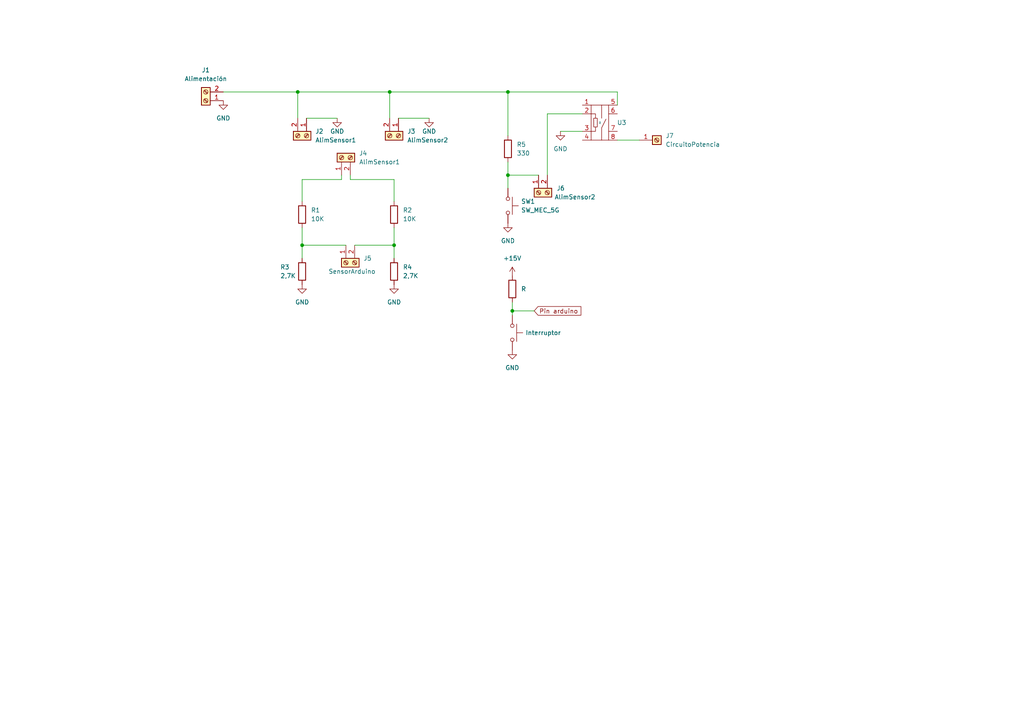
<source format=kicad_sch>
(kicad_sch (version 20230121) (generator eeschema)
  (paper "A4")
  (lib_symbols
    (symbol "Connector:Screw_Terminal_01x01" (pin_names (offset 1.016) hide)
      (property "Reference" "J" (at 0 2.54 0))
      (property "Value" "Screw_Terminal_01x01" (at 0 -2.54 0))
      (symbol "Screw_Terminal_01x01_1_1"
        (rectangle (start -1.27 1.27) (end 1.27 -1.27) (stroke (width 0.254)) (fill (type background)))
        (polyline (pts (xy -0.5334 0.3302) (xy 0.3302 -0.508)) (stroke (width 0.1524)))
        (polyline (pts (xy -0.3556 0.508) (xy 0.508 -0.3302)) (stroke (width 0.1524)))
        (circle (center 0 0) (radius 0.635) (stroke (width 0.1524)))
        (pin passive line (at -5.08 0 0) (length 3.81) (name "Pin_1") (number "1"))
      )
    )
    (symbol "Connector:Screw_Terminal_01x02" (pin_names (offset 1.016) hide)
      (property "Reference" "J" (at 0 2.54 0))
      (property "Value" "Screw_Terminal_01x02" (at 0 -5.08 0))
      (symbol "Screw_Terminal_01x02_1_1"
        (rectangle (start -1.27 1.27) (end 1.27 -3.81) (stroke (width 0.254)) (fill (type background)))
        (circle (center 0 -2.54) (radius 0.635) (stroke (width 0.1524)))
        (polyline (pts (xy -0.5334 -2.2098) (xy 0.3302 -3.048)) (stroke (width 0.1524)))
        (polyline (pts (xy -0.5334 0.3302) (xy 0.3302 -0.508)) (stroke (width 0.1524)))
        (polyline (pts (xy -0.3556 -2.032) (xy 0.508 -2.8702)) (stroke (width 0.1524)))
        (polyline (pts (xy -0.3556 0.508) (xy 0.508 -0.3302)) (stroke (width 0.1524)))
        (circle (center 0 0) (radius 0.635) (stroke (width 0.1524)))
        (pin passive line (at -5.08 0 0) (length 3.81) (name "Pin_1") (number "1"))
        (pin passive line (at -5.08 -2.54 0) (length 3.81) (name "Pin_2") (number "2"))
      )
    )
    (symbol "Device:R" (pin_numbers hide) (pin_names (offset 0))
      (property "Reference" "R" (at 2.032 0 90))
      (property "Value" "R" (at 0 0 90))
      (symbol "R_0_1"
        (rectangle (start -1.016 -2.54) (end 1.016 2.54) (stroke (width 0.254)))
      )
      (symbol "R_1_1"
        (pin passive line (at 0 3.81 270) (length 1.27) (name "~") (number "1"))
        (pin passive line (at 0 -3.81 90) (length 1.27) (name "~") (number "2"))
      )
    )
    (symbol "Relay:RS-291-9710"
      (property "Reference" "U3" (at 0 6.35 90))
      (property "Value" "~" (at 0 0 0))
      (symbol "RS-291-9710_0_1"
        (rectangle (start -5.08 2.54) (end 5.08 -2.54))
      )
      (symbol "RS-291-9710_1_1"
        (rectangle (start -1.27 -0.762) (end 1.27 -1.778))
        (polyline (pts (xy -5.08 0.508) (xy -1.27 0.508)))
        (polyline (pts (xy -2.54 -2.54) (xy -2.54 -1.27) (xy -1.27 -1.27)))
        (polyline (pts (xy 2.54 -2.54) (xy 2.54 -1.27) (xy 1.27 -1.27)))
        (polyline (pts (xy 5.08 0.508) (xy 1.524 0.508) (xy -1.016 1.778)))
        (pin input line (at -5.08 -5.08 90) (length 2.54) (name "") (number "1"))
        (pin input line (at -2.54 -5.08 90) (length 2.54) (name "") (number "2"))
        (pin input line (at 2.54 -5.08 90) (length 2.54) (name "") (number "3"))
        (pin input line (at 5.08 -5.08 90) (length 2.54) (name "") (number "4"))
        (pin input line (at -5.08 5.08 270) (length 2.54) (name "") (number "5"))
        (pin input line (at -2.54 5.08 270) (length 2.54) (name "") (number "6"))
        (pin input line (at 2.54 5.08 270) (length 2.54) (name "") (number "7"))
        (pin input line (at 5.08 5.08 270) (length 2.54) (name "") (number "8"))
      )
    )
    (symbol "Switch:SW_MEC_5G" (pin_numbers hide) (pin_names (offset 1.016) hide)
      (property "Reference" "SW" (at 1.27 2.54 0))
      (property "Value" "SW_MEC_5G" (at 0 -1.524 0))
      (symbol "SW_MEC_5G_0_1"
        (circle (center -2.032 0) (radius 0.508))
        (polyline (pts (xy 0 1.27) (xy 0 3.048)))
        (polyline (pts (xy 2.54 1.27) (xy -2.54 1.27)))
        (circle (center 2.032 0) (radius 0.508))
        (pin passive line (at -5.08 0 0) (length 2.54) (name "A") (number "1"))
        (pin passive line (at 5.08 0 180) (length 2.54) (name "B") (number "3"))
      )
      (symbol "SW_MEC_5G_1_1"
        (pin passive line (at -5.08 0 0) (length 2.54) hide (name "A") (number "2"))
        (pin passive line (at 5.08 0 180) (length 2.54) hide (name "B") (number "4"))
      )
    )
    (symbol "power:+15V" (power) (pin_names (offset 0))
      (property "Value" "+15V" (at 0 3.556 0))
      (symbol "+15V_0_1"
        (polyline (pts (xy -0.762 1.27) (xy 0 2.54)))
        (polyline (pts (xy 0 0) (xy 0 2.54)))
        (polyline (pts (xy 0 2.54) (xy 0.762 1.27)))
      )
      (symbol "+15V_1_1"
        (pin power_in line (at 0 0 90) (length 0) hide (name "+15V") (number "1"))
      )
    )
    (symbol "power:GND" (power) (pin_names (offset 0))
      (property "Value" "GND" (at 0 -3.81 0))
      (symbol "GND_0_1"
        (polyline (pts (xy 0 0) (xy 0 -1.27) (xy 1.27 -1.27) (xy 0 -2.54) (xy -1.27 -1.27) (xy 0 -1.27)))
      )
      (symbol "GND_1_1"
        (pin power_in line (at 0 0 270) (length 0) hide (name "GND") (number "1"))
      )
    )
  )
  (junction (at 147.32 50.8))
  (junction (at 147.32 26.67))
  (junction (at 87.63 71.12))
  (junction (at 148.59 90.17))
  (junction (at 86.36 26.67))
  (junction (at 113.03 26.67))
  (junction (at 114.3 71.12))
  (wire (pts (xy 147.32 50.8) (xy 147.32 54.61)))
  (wire (pts (xy 114.3 66.04) (xy 114.3 71.12)))
  (wire (pts (xy 87.63 66.04) (xy 87.63 71.12)))
  (wire (pts (xy 114.3 71.12) (xy 114.3 74.93)))
  (wire (pts (xy 147.32 46.99) (xy 147.32 50.8)))
  (wire (pts (xy 148.59 90.17) (xy 148.59 91.44)))
  (wire (pts (xy 179.07 30.48) (xy 179.07 26.67)))
  (wire (pts (xy 114.3 52.07) (xy 101.6 52.07)))
  (wire (pts (xy 148.59 87.63) (xy 148.59 90.17)))
  (wire (pts (xy 64.77 26.67) (xy 86.36 26.67)))
  (wire (pts (xy 147.32 26.67) (xy 147.32 39.37)))
  (wire (pts (xy 147.32 26.67) (xy 179.07 26.67)))
  (wire (pts (xy 113.03 26.67) (xy 86.36 26.67)))
  (wire (pts (xy 102.87 71.12) (xy 114.3 71.12)))
  (wire (pts (xy 179.07 40.64) (xy 185.42 40.64)))
  (wire (pts (xy 99.06 52.07) (xy 99.06 50.8)))
  (wire (pts (xy 147.32 50.8) (xy 156.21 50.8)))
  (wire (pts (xy 158.75 33.02) (xy 168.91 33.02)))
  (wire (pts (xy 88.9 34.29) (xy 97.79 34.29)))
  (wire (pts (xy 86.36 26.67) (xy 86.36 34.29)))
  (wire (pts (xy 148.59 90.17) (xy 154.94 90.17)))
  (wire (pts (xy 113.03 34.29) (xy 113.03 26.67)))
  (wire (pts (xy 162.56 38.1) (xy 168.91 38.1)))
  (wire (pts (xy 87.63 71.12) (xy 87.63 74.93)))
  (wire (pts (xy 158.75 33.02) (xy 158.75 50.8)))
  (wire (pts (xy 101.6 52.07) (xy 101.6 50.8)))
  (wire (pts (xy 113.03 26.67) (xy 147.32 26.67)))
  (wire (pts (xy 115.57 34.29) (xy 124.46 34.29)))
  (wire (pts (xy 87.63 71.12) (xy 100.33 71.12)))
  (wire (pts (xy 87.63 52.07) (xy 99.06 52.07)))
  (wire (pts (xy 87.63 52.07) (xy 87.63 58.42)))
  (wire (pts (xy 114.3 52.07) (xy 114.3 58.42)))
  (global_label "Pin arduino" (shape input) (at 154.94 90.17 0) (property "Intersheetrefs" "${INTERSHEET_REFS}" (effects hide)))
  (symbol (lib_id "Device:R") (at 114.3 62.23 0) (unit 1)
    (property "Reference" "R2" (at 116.84 60.96 0) (effects (justify left)))
    (property "Value" "10K" (at 116.84 63.5 0) (effects (justify left)))
    (property "Footprint" "Resistor_THT:RUSABLE" (effects hide))
  )
  (symbol (lib_id "Connector:Screw_Terminal_01x02") (at 99.06 45.72 90) (unit 1)
    (property "Reference" "J4" (at 104.14 44.45 90) (effects (justify right)))
    (property "Value" "AlimSensor1" (at 104.14 46.99 90) (effects (justify right)))
    (property "Footprint" "Connector:ScrewTerminal1x2" (effects hide))
  )
  (symbol (lib_id "Device:R") (at 114.3 78.74 0) (unit 1)
    (property "Reference" "R4" (at 116.84 77.47 0) (effects (justify left)))
    (property "Value" "2,7K" (at 116.84 80.01 0) (effects (justify left)))
    (property "Footprint" "Resistor_THT:RUSABLE" (effects hide))
  )
  (symbol (lib_id "Switch:SW_MEC_5G") (at 147.32 59.69 270) (unit 1)
    (property "Reference" "SW1" (at 151.13 58.42 90) (effects (justify left)))
    (property "Value" "SW_MEC_5G" (at 151.13 60.96 90) (effects (justify left)))
    (property "Footprint" "Button_Switch_THT:Button2P" (effects hide))
    (property "Datasheet" "http://www.apem.com/int/index.php?controller=attachment&id_attachment=488" (effects hide))
  )
  (symbol (lib_id "Relay:RS-291-9710") (at 173.99 35.56 270) (unit 1)
    (property "Reference" "U3" (at 180.34 35.56 90))
    (property "Value" "~" (at 173.99 35.56 0))
    (property "Footprint" "Relay_THT:RS-291-9710" (effects hide))
  )
  (symbol (lib_id "Connector:Screw_Terminal_01x01") (at 190.5 40.64 0) (unit 1)
    (property "Reference" "J7" (at 193.04 39.37 0) (effects (justify left)))
    (property "Value" "CircuitoPotencia" (at 193.04 41.91 0) (effects (justify left)))
    (property "Footprint" "Connector:ScrewTerminal1x2" (effects hide))
  )
  (symbol (lib_id "Connector:Screw_Terminal_01x02") (at 100.33 76.2 90) (mirror x) (unit 1)
    (property "Reference" "J5" (at 105.41 74.93 90) (effects (justify right)))
    (property "Value" "SensorArduino" (at 95.25 78.74 90) (effects (justify right)))
    (property "Footprint" "Connector:ScrewTerminal1x2" (effects hide))
  )
  (symbol (lib_id "power:GND") (at 148.59 101.6 0) (unit 1)
    (property "Reference" "#PWR09" (effects hide))
    (property "Value" "GND" (at 148.59 106.68 0))
  )
  (symbol (lib_id "power:GND") (at 162.56 38.1 0) (unit 1)
    (property "Reference" "#PWR07" (effects hide))
    (property "Value" "GND" (at 162.56 43.18 0))
  )
  (symbol (lib_id "power:GND") (at 87.63 82.55 0) (unit 1)
    (property "Reference" "#PWR04" (effects hide))
    (property "Value" "GND" (at 87.63 87.63 0))
  )
  (symbol (lib_id "Device:R") (at 148.59 83.82 0) (unit 1)
    (property "Reference" "R6" (effects hide))
    (property "Value" "R" (at 151.13 83.82 0) (effects (justify left)))
  )
  (symbol (lib_id "Connector:Screw_Terminal_01x02") (at 88.9 39.37 270) (unit 1)
    (property "Reference" "J2" (at 91.44 38.1 90) (effects (justify left)))
    (property "Value" "AlimSensor1" (at 91.44 40.64 90) (effects (justify left)))
    (property "Footprint" "Connector:ScrewTerminal1x2" (effects hide))
  )
  (symbol (lib_id "Device:R") (at 87.63 78.74 0) (unit 1)
    (property "Reference" "R3" (at 81.28 77.47 0) (effects (justify left)))
    (property "Value" "2,7K" (at 81.28 80.01 0) (effects (justify left)))
    (property "Footprint" "Resistor_THT:RUSABLE" (effects hide))
  )
  (symbol (lib_id "power:GND") (at 114.3 82.55 0) (unit 1)
    (property "Reference" "#PWR05" (effects hide))
    (property "Value" "GND" (at 114.3 87.63 0))
  )
  (symbol (lib_id "Switch:SW_MEC_5G") (at 148.59 96.52 270) (unit 1)
    (property "Reference" "SW2" (effects hide))
    (property "Value" "Interruptor" (at 152.4 96.52 90) (effects (justify left)))
    (property "Footprint" "Button_Switch_THT:Button2P" (effects hide))
    (property "Datasheet" "http://www.apem.com/int/index.php?controller=attachment&id_attachment=488" (effects hide))
  )
  (symbol (lib_id "Device:R") (at 147.32 43.18 0) (unit 1)
    (property "Reference" "R5" (at 149.86 41.91 0) (effects (justify left)))
    (property "Value" "330" (at 149.86 44.45 0) (effects (justify left)))
    (property "Footprint" "Resistor_THT:RUSABLE" (effects hide))
  )
  (symbol (lib_id "Connector:Screw_Terminal_01x02") (at 59.69 29.21 180) (unit 1)
    (property "Reference" "J1" (at 59.69 20.32 0))
    (property "Value" "Alimentación" (at 59.69 22.86 0))
    (property "Footprint" "Connector:ScrewTerminal1x2" (effects hide))
  )
  (symbol (lib_id "Connector:Screw_Terminal_01x02") (at 156.21 55.88 90) (mirror x) (unit 1)
    (property "Reference" "J6" (at 163.83 54.61 90) (effects (justify left)))
    (property "Value" "AlimSensor2" (at 172.72 57.15 90) (effects (justify left)))
    (property "Footprint" "Connector:ScrewTerminal1x2" (effects hide))
  )
  (symbol (lib_id "power:+15V") (at 148.59 80.01 0) (unit 1)
    (property "Reference" "#PWR08" (effects hide))
    (property "Value" "+15V" (at 148.59 74.93 0))
  )
  (symbol (lib_id "power:GND") (at 64.77 29.21 0) (unit 1)
    (property "Reference" "#PWR01" (effects hide))
    (property "Value" "GND" (at 64.77 34.29 0))
  )
  (symbol (lib_id "Device:R") (at 87.63 62.23 0) (unit 1)
    (property "Reference" "R1" (at 90.17 60.96 0) (effects (justify left)))
    (property "Value" "10K" (at 90.17 63.5 0) (effects (justify left)))
    (property "Footprint" "Resistor_THT:RUSABLE" (effects hide))
  )
  (symbol (lib_id "power:GND") (at 124.46 34.29 0) (unit 1)
    (property "Reference" "#PWR03" (effects hide))
    (property "Value" "GND" (at 124.46 38.1 0))
  )
  (symbol (lib_id "power:GND") (at 97.79 34.29 0) (unit 1)
    (property "Reference" "#PWR02" (effects hide))
    (property "Value" "GND" (at 97.79 38.1 0))
  )
  (symbol (lib_id "power:GND") (at 147.32 64.77 0) (unit 1)
    (property "Reference" "#PWR06" (effects hide))
    (property "Value" "GND" (at 147.32 69.85 0))
  )
  (symbol (lib_id "Connector:Screw_Terminal_01x02") (at 115.57 39.37 270) (unit 1)
    (property "Reference" "J3" (at 118.11 38.1 90) (effects (justify left)))
    (property "Value" "AlimSensor2" (at 118.11 40.64 90) (effects (justify left)))
    (property "Footprint" "Connector:ScrewTerminal1x2" (effects hide))
  )
)
</source>
